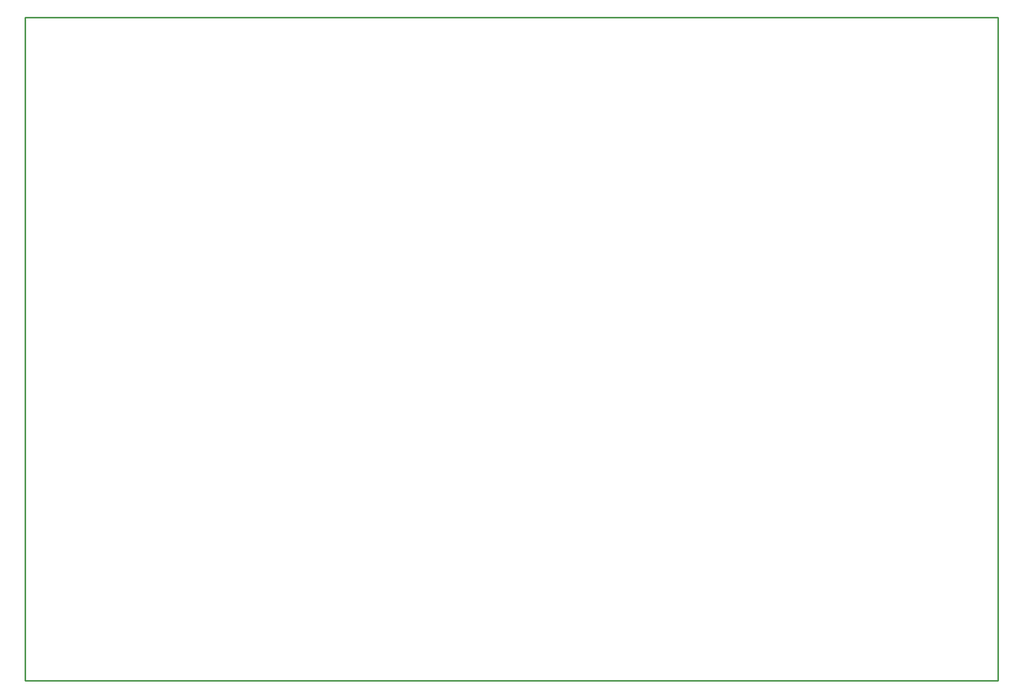
<source format=gko>
G04 ---------------------------- Layer name :KeepOutLayer*
G04 EasyEDA v5.8.22, Tue, 15 Jan 2019 07:50:08 GMT*
G04 124a35e5ee4140e2850748e1f34f2f7a*
G04 Gerber Generator version 0.2*
G04 Scale: 100 percent, Rotated: No, Reflected: No *
G04 Dimensions in millimeters *
G04 leading zeros omitted , absolute positions ,3 integer and 3 decimal *
%FSLAX33Y33*%
%MOMM*%
G90*
G71D02*

%ADD10C,0.254000*%
G54D10*
G01X132Y0D02*
G01X160936Y0D01*
G01X160936Y109717D01*
G01X0Y109717D01*
G01X0Y0D01*
G01X132Y0D01*

%LPD*%
M00*
M02*

</source>
